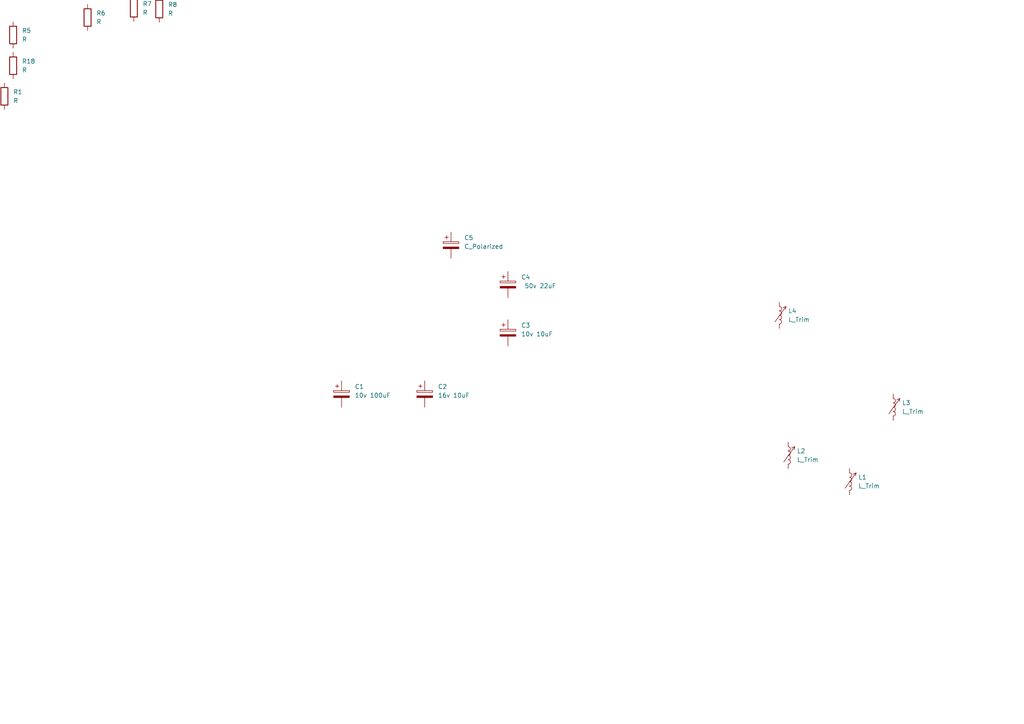
<source format=kicad_sch>
(kicad_sch (version 20230121) (generator eeschema)
  (paper "A4")
  (lib_symbols
    (symbol "Connector:Screw_Terminal_01x04" (pin_names (offset 1.016) hide)
      (property "Reference" "J" (at 0 5.08 0))
      (property "Value" "Screw_Terminal_01x04" (at 0 -7.62 0))
      (symbol "Screw_Terminal_01x04_1_1"
        (rectangle (start -1.27 3.81) (end 1.27 -6.35) (stroke (width 0.254)) (fill (type background)))
        (circle (center 0 -5.08) (radius 0.635) (stroke (width 0.1524)))
        (circle (center 0 -2.54) (radius 0.635) (stroke (width 0.1524)))
        (polyline (pts (xy -0.5334 -4.7498) (xy 0.3302 -5.588)) (stroke (width 0.1524)))
        (polyline (pts (xy -0.5334 -2.2098) (xy 0.3302 -3.048)) (stroke (width 0.1524)))
        (polyline (pts (xy -0.5334 0.3302) (xy 0.3302 -0.508)) (stroke (width 0.1524)))
        (polyline (pts (xy -0.5334 2.8702) (xy 0.3302 2.032)) (stroke (width 0.1524)))
        (polyline (pts (xy -0.3556 -4.572) (xy 0.508 -5.4102)) (stroke (width 0.1524)))
        (polyline (pts (xy -0.3556 -2.032) (xy 0.508 -2.8702)) (stroke (width 0.1524)))
        (polyline (pts (xy -0.3556 0.508) (xy 0.508 -0.3302)) (stroke (width 0.1524)))
        (polyline (pts (xy -0.3556 3.048) (xy 0.508 2.2098)) (stroke (width 0.1524)))
        (circle (center 0 0) (radius 0.635) (stroke (width 0.1524)))
        (circle (center 0 2.54) (radius 0.635) (stroke (width 0.1524)))
        (pin passive line (at -5.08 2.54 0) (length 3.81) (name "Pin_1") (number "1"))
        (pin passive line (at -5.08 0 0) (length 3.81) (name "Pin_2") (number "2"))
        (pin passive line (at -5.08 -2.54 0) (length 3.81) (name "Pin_3") (number "3"))
        (pin passive line (at -5.08 -5.08 0) (length 3.81) (name "Pin_4") (number "4"))
      )
    )
    (symbol "Device:C_Polarized" (pin_numbers hide) (pin_names (offset 0.254))
      (property "Reference" "C" (at 0.635 2.54 0))
      (property "Value" "C_Polarized" (at 0.635 -2.54 0))
      (symbol "C_Polarized_0_1"
        (rectangle (start -2.286 0.508) (end 2.286 1.016))
        (polyline (pts (xy -1.778 2.286) (xy -0.762 2.286)))
        (polyline (pts (xy -1.27 2.794) (xy -1.27 1.778)))
        (rectangle (start 2.286 -0.508) (end -2.286 -1.016) (fill (type outline)))
      )
      (symbol "C_Polarized_1_1"
        (pin passive line (at 0 3.81 270) (length 2.794) (name "~") (number "1"))
        (pin passive line (at 0 -3.81 90) (length 2.794) (name "~") (number "2"))
      )
    )
    (symbol "Device:L_Trim" (pin_numbers hide) (pin_names (offset 1.016) hide)
      (property "Reference" "L" (at -1.905 0 90))
      (property "Value" "L_Trim" (at 3.175 0 90))
      (symbol "L_Trim_0_1"
        (arc (start 0 -2.54) (mid 0.6323 -1.905) (end 0 -1.27))
        (arc (start 0 -1.27) (mid 0.6323 -0.635) (end 0 0))
        (polyline (pts (xy -1.27 -1.905) (xy 1.905 2.54)))
        (polyline (pts (xy 1.905 2.54) (xy 1.016 2.159)))
        (polyline (pts (xy 1.905 2.54) (xy 1.778 1.651)))
        (arc (start 0 0) (mid 0.6323 0.635) (end 0 1.27))
        (arc (start 0 1.27) (mid 0.6323 1.905) (end 0 2.54))
      )
      (symbol "L_Trim_1_1"
        (pin passive line (at 0 3.81 270) (length 1.27) (name "1") (number "1"))
        (pin passive line (at 0 -3.81 90) (length 1.27) (name "2") (number "2"))
      )
    )
    (symbol "Device:R" (pin_numbers hide) (pin_names (offset 0))
      (property "Reference" "R" (at 2.032 0 90))
      (property "Value" "R" (at 0 0 90))
      (symbol "R_0_1"
        (rectangle (start -1.016 -2.54) (end 1.016 2.54) (stroke (width 0.254)))
      )
      (symbol "R_1_1"
        (pin passive line (at 0 3.81 270) (length 1.27) (name "~") (number "1"))
        (pin passive line (at 0 -3.81 90) (length 1.27) (name "~") (number "2"))
      )
    )
  )
  (symbol (lib_id "Connector:Screw_Terminal_01x04") (at -144.78 -78.74 180) (unit 1)
    (property "Reference" "J1" (at -144.78 -88.9 0))
    (property "Value" "Screw_Terminal_01x04" (at -144.78 -86.36 0))
    (property "Footprint" "Connector_PinHeader_2.54mm:PinHeader_1x04_P2.54mm_Vertical" (effects hide))
  )
  (symbol (lib_id "Device:R") (at 19.05 -12.7 0) (unit 1)
    (property "Reference" "R10" (at 21.59 -13.97 0) (effects (justify left)))
    (property "Value" "R" (at 21.59 -11.43 0) (effects (justify left)))
    (property "Footprint" "Library:R_Axial_DIN0207_L6.3mm_D2.5mm_P11mm_Horizontal" (effects hide))
  )
  (symbol (lib_id "Device:R") (at -100.33 -69.85 0) (unit 1)
    (property "Reference" "R29" (at -97.79 -71.12 0) (effects (justify left)))
    (property "Value" "33k" (at -97.79 -68.58 0) (effects (justify left)))
    (property "Footprint" "Library:R_Axial_DIN0204_L3.6mm_D1.6mm_P4.00mm_Vertical" (effects hide))
  )
  (symbol (lib_id "Device:R") (at -13.485 27.8911 0) (unit 1)
    (property "Reference" "R3" (at -10.945 26.6211 0) (effects (justify left)))
    (property "Value" "R" (at -10.945 29.1611 0) (effects (justify left)))
    (property "Footprint" "Library:R_Axial_DIN0207_L6.3mm_D2.5mm_P11mm_Horizontal" (effects hide))
  )
  (symbol (lib_id "Device:R") (at -21.59 27.94 0) (unit 1)
    (property "Reference" "R4" (at -19.05 26.67 0) (effects (justify left)))
    (property "Value" "R" (at -19.05 29.21 0) (effects (justify left)))
    (property "Footprint" "Library:R_Axial_DIN0204_L3.6mm_D1.6mm_P4.0mm_Vertical" (effects hide))
  )
  (symbol (lib_id "Device:R") (at -48.26 16.51 0) (unit 1)
    (property "Reference" "R19" (at -45.72 15.24 0) (effects (justify left)))
    (property "Value" "R" (at -45.72 17.78 0) (effects (justify left)))
    (property "Footprint" "Library:R_Axial_DIN0204_L3.6mm_D1.6mm_P5.1mm_Vertical" (effects hide))
  )
  (symbol (lib_id "Device:L_Trim") (at 228.6 132.08 0) (unit 1)
    (property "Reference" "L2" (at 231.14 130.81 0) (effects (justify left)))
    (property "Value" "L_Trim" (at 231.14 133.35 0) (effects (justify left)))
  )
  (symbol (lib_id "Device:R") (at -46.99 -34.29 0) (unit 1)
    (property "Reference" "R16" (at -44.45 -35.56 0) (effects (justify left)))
    (property "Value" "R" (at -44.45 -33.02 0) (effects (justify left)))
    (property "Footprint" "Library:R_Axial_DIN0207_L6.3mm_D2.5mm_P14.2mm_Horizontal" (effects hide))
  )
  (symbol (lib_id "Device:R") (at -21.59 -33.02 0) (unit 1)
    (property "Reference" "R15" (at -19.05 -34.29 0) (effects (justify left)))
    (property "Value" "R" (at -19.05 -31.75 0) (effects (justify left)))
    (property "Footprint" "Library:R_Axial_DIN0204_L3.6mm_D1.6mm_P3.50mm_Vertical" (effects hide))
  )
  (symbol (lib_id "Device:R") (at 25.4 5.08 0) (unit 1)
    (property "Reference" "R6" (at 27.94 3.81 0) (effects (justify left)))
    (property "Value" "R" (at 27.94 6.35 0) (effects (justify left)))
    (property "Footprint" "Library:R_Axial_DIN0207_L6.3mm_D2.5mm_P12mm_Horizontal" (effects hide))
  )
  (symbol (lib_id "Device:R") (at 11.3625 -30.1549 0) (unit 1)
    (property "Reference" "R14" (at 13.97 -31.4249 0) (effects (justify left)))
    (property "Value" "390" (at 13.97 -28.8849 0) (effects (justify left)))
    (property "Footprint" "Library:R_Axial_DIN0207_L6.3mm_D2.5mm_P11mm_Horizontal" (effects hide))
  )
  (symbol (lib_id "Device:R") (at 1.27 27.94 0) (unit 1)
    (property "Reference" "R1" (at 3.81 26.67 0) (effects (justify left)))
    (property "Value" "R" (at 3.81 29.21 0) (effects (justify left)))
    (property "Footprint" "Library:R_Axial_DIN0204_L3.6mm_D1.6mm_P4.0mm_Vertical" (effects hide))
  )
  (symbol (lib_id "Device:R") (at -48.26 7.62 0) (unit 1)
    (property "Reference" "R20" (at -45.72 6.35 0) (effects (justify left)))
    (property "Value" "R" (at -45.72 8.89 0) (effects (justify left)))
    (property "Footprint" "Library:R_Axial_DIN0204_L3.6mm_D1.6mm_P8.2mm_Vertical" (effects hide))
  )
  (symbol (lib_id "Device:L_Trim") (at 226.06 91.44 0) (unit 1)
    (property "Reference" "L4" (at 228.6 90.17 0) (effects (justify left)))
    (property "Value" "L_Trim" (at 228.6 92.71 0) (effects (justify left)))
  )
  (symbol (lib_id "Device:R") (at -67.31 -66.04 0) (unit 1)
    (property "Reference" "R23" (at -64.77 -67.31 0) (effects (justify left)))
    (property "Value" "330" (at -64.77 -64.77 0) (effects (justify left)))
    (property "Footprint" "Library:R_Axial_DIN0204_L3.6mm_D1.6mm_P5.8mm_Vertical" (effects hide))
  )
  (symbol (lib_id "Device:R") (at -7.62 -25.4 0) (unit 1)
    (property "Reference" "R17" (at -5.08 -26.67 0) (effects (justify left)))
    (property "Value" "R" (at -5.08 -24.13 0) (effects (justify left)))
    (property "Footprint" "Library:R_Axial_DIN0207_L6.3mm_D2.5mm_P12mm_Horizontal" (effects hide))
  )
  (symbol (lib_id "Device:R") (at -6.35 27.94 0) (unit 1)
    (property "Reference" "R2" (at -3.81 26.67 0) (effects (justify left)))
    (property "Value" "R" (at -3.81 29.21 0) (effects (justify left)))
    (property "Footprint" "Library:R_Axial_DIN0207_L6.3mm_D2.5mm_P11mm_Horizontal" (effects hide))
  )
  (symbol (lib_id "Device:R") (at 8.89 -71.12 0) (unit 1)
    (property "Reference" "R31" (at 11.43 -72.39 0) (effects (justify left)))
    (property "Value" "4,7k" (at 11.43 -69.85 0) (effects (justify left)))
    (property "Footprint" "Library:R_Axial_DIN0207_L6.3mm_D2.5mm_P11mm_Horizontal" (effects hide))
  )
  (symbol (lib_id "Device:L_Trim") (at 259.08 118.11 0) (unit 1)
    (property "Reference" "L3" (at 261.62 116.84 0) (effects (justify left)))
    (property "Value" "L_Trim" (at 261.62 119.38 0) (effects (justify left)))
  )
  (symbol (lib_id "Device:R") (at -81.28 -64.77 0) (unit 1)
    (property "Reference" "R25" (at -78.74 -66.04 0) (effects (justify left)))
    (property "Value" "3,9k" (at -78.74 -63.5 0) (effects (justify left)))
    (property "Footprint" "Library:R_Axial_DIN0204_L3.6mm_D1.6mm_P4.00mm_Vertical" (effects hide))
  )
  (symbol (lib_id "Device:R") (at 38.8154 2.3844 0) (unit 1)
    (property "Reference" "R7" (at 41.3554 1.1144 0) (effects (justify left)))
    (property "Value" "R" (at 41.3554 3.6544 0) (effects (justify left)))
    (property "Footprint" "Library:R_Axial_DIN0207_L6.3mm_D2.5mm_P11mm_Horizontal" (effects hide))
  )
  (symbol (lib_id "Device:R") (at 57.4812 -6.6278 0) (unit 1)
    (property "Reference" "R9" (at 60.0212 -7.8978 0) (effects (justify left)))
    (property "Value" "R" (at 60.0212 -5.3578 0) (effects (justify left)))
    (property "Footprint" "Library:R_Axial_DIN0207_L6.3mm_D2.5mm_P11mm_Horizontal" (effects hide))
  )
  (symbol (lib_id "Device:R") (at 15.24 -39.37 0) (unit 1)
    (property "Reference" "R13" (at 17.78 -40.64 0) (effects (justify left)))
    (property "Value" "R" (at 17.78 -38.1 0) (effects (justify left)))
    (property "Footprint" "Library:R_Axial_DIN0204_L3.6mm_D1.6mm_P5.8mm_Vertical" (effects hide))
  )
  (symbol (lib_id "Device:R") (at -73.66 -53.34 0) (unit 1)
    (property "Reference" "R24" (at -71.12 -54.61 0) (effects (justify left)))
    (property "Value" "470" (at -71.12 -52.07 0) (effects (justify left)))
    (property "Footprint" "Library:R_Axial_DIN0204_L3.6mm_D1.6mm_P5.1mm_Vertical" (effects hide))
  )
  (symbol (lib_id "Device:R") (at 15.24 -20.32 0) (unit 1)
    (property "Reference" "R12" (at 17.78 -21.59 0) (effects (justify left)))
    (property "Value" "R" (at 17.78 -19.05 0) (effects (justify left)))
    (property "Footprint" "Library:R_Axial_DIN0204_L3.6mm_D1.6mm_P4.0mm_Vertical" (effects hide))
  )
  (symbol (lib_id "Device:R") (at -43.18 -8.89 0) (unit 1)
    (property "Reference" "R21" (at -40.64 -10.16 0) (effects (justify left)))
    (property "Value" "R" (at -40.64 -7.62 0) (effects (justify left)))
    (property "Footprint" "Library:R_Axial_DIN0204_L3.6mm_D1.6mm_P7mm_Vertical" (effects hide))
  )
  (symbol (lib_id "Device:R") (at -90.17 -58.42 0) (unit 1)
    (property "Reference" "R28" (at -87.63 -59.69 0) (effects (justify left)))
    (property "Value" "33k" (at -87.63 -57.15 0) (effects (justify left)))
    (property "Footprint" "Library:R_Axial_DIN0204_L3.6mm_D1.6mm_P4.00mm_Vertical" (effects hide))
  )
  (symbol (lib_id "Device:R") (at -81.4406 -51.1312 0) (unit 1)
    (property "Reference" "R26" (at -78.9006 -52.4012 0) (effects (justify left)))
    (property "Value" "12k" (at -78.9006 -49.8612 0) (effects (justify left)))
    (property "Footprint" "Library:R_Axial_DIN0204_L3.6mm_D1.6mm_P4.00mm_Vertical" (effects hide))
  )
  (symbol (lib_id "Device:R") (at 46.1866 2.6184 0) (unit 1)
    (property "Reference" "R8" (at 48.7266 1.3484 0) (effects (justify left)))
    (property "Value" "R" (at 48.7266 3.8884 0) (effects (justify left)))
    (property "Footprint" "Library:R_Axial_DIN0207_L6.3mm_D2.5mm_P12mm_Horizontal" (effects hide))
  )
  (symbol (lib_id "Device:R") (at -100.33 -46.99 0) (unit 1)
    (property "Reference" "R30" (at -97.79 -48.26 0) (effects (justify left)))
    (property "Value" "3,9k" (at -97.79 -45.72 0) (effects (justify left)))
    (property "Footprint" "Library:R_Axial_DIN0204_L3.6mm_D1.6mm_P4.00mm_Vertical" (effects hide))
  )
  (symbol (lib_id "Device:C_Polarized") (at 130.81 71.12 0) (unit 1)
    (property "Reference" "C5" (at 134.62 68.961 0) (effects (justify left)))
    (property "Value" "C_Polarized" (at 134.62 71.501 0) (effects (justify left)))
  )
  (symbol (lib_id "Device:R") (at 40.64 -30.48 0) (unit 1)
    (property "Reference" "R11" (at 43.18 -31.75 0) (effects (justify left)))
    (property "Value" "4,7k" (at 43.18 -29.21 0) (effects (justify left)))
    (property "Footprint" "Library:R_Axial_DIN0204_L3.6mm_D1.6mm_P5.1mm_Vertical" (effects hide))
  )
  (symbol (lib_id "Device:C_Polarized") (at 123.19 114.3 0) (unit 1)
    (property "Reference" "C2" (at 127 112.141 0) (effects (justify left)))
    (property "Value" "16v 10uF" (at 127 114.681 0) (effects (justify left)))
  )
  (symbol (lib_id "Device:C_Polarized") (at 147.32 96.52 0) (unit 1)
    (property "Reference" "C3" (at 151.13 94.361 0) (effects (justify left)))
    (property "Value" "10v 10uF" (at 151.13 96.901 0) (effects (justify left)))
  )
  (symbol (lib_id "Device:C_Polarized") (at 147.32 82.55 0) (unit 1)
    (property "Reference" "C4" (at 151.13 80.391 0) (effects (justify left)))
    (property "Value" " 50v 22uF" (at 151.13 82.931 0) (effects (justify left)))
  )
  (symbol (lib_id "Device:L_Trim") (at 246.38 139.7 0) (unit 1)
    (property "Reference" "L1" (at 248.92 138.43 0) (effects (justify left)))
    (property "Value" "L_Trim" (at 248.92 140.97 0) (effects (justify left)))
  )
  (symbol (lib_id "Device:R") (at 3.81 19.05 0) (unit 1)
    (property "Reference" "R18" (at 6.35 17.78 0) (effects (justify left)))
    (property "Value" "R" (at 6.35 20.32 0) (effects (justify left)))
    (property "Footprint" "Library:R_Axial_DIN0204_L3.6mm_D1.6mm_P5.8mm_Vertical" (effects hide))
  )
  (symbol (lib_id "Device:R") (at -90.17 -71.12 0) (unit 1)
    (property "Reference" "R27" (at -87.63 -72.39 0) (effects (justify left)))
    (property "Value" "12k" (at -87.63 -69.85 0) (effects (justify left)))
    (property "Footprint" "Library:R_Axial_DIN0204_L3.6mm_D1.6mm_P4.00mm_Vertical" (effects hide))
  )
  (symbol (lib_id "Device:R") (at 15.0388 -63.1586 0) (unit 1)
    (property "Reference" "R32" (at 17.78 -64.4286 0) (effects (justify left)))
    (property "Value" "22k" (at 17.78 -61.8886 0) (effects (justify left)))
    (property "Footprint" "Library:R_Axial_DIN0207_L6.3mm_D2.5mm_P11mm_Horizontal" (effects hide))
  )
  (symbol (lib_id "Device:C_Polarized") (at 99.06 114.3 0) (unit 1)
    (property "Reference" "C1" (at 102.87 112.141 0) (effects (justify left)))
    (property "Value" "10v 100uF" (at 102.87 114.681 0) (effects (justify left)))
  )
  (symbol (lib_id "Device:R") (at -69.85 -25.4 0) (unit 1)
    (property "Reference" "R22" (at -67.31 -26.67 0) (effects (justify left)))
    (property "Value" "R" (at -67.31 -24.13 0) (effects (justify left)))
    (property "Footprint" "Library:R_Axial_DIN0204_L3.6mm_D1.6mm_P7mm_Vertical" (effects hide))
  )
  (symbol (lib_id "Device:R") (at 3.81 10.16 0) (unit 1)
    (property "Reference" "R5" (at 6.35 8.89 0) (effects (justify left)))
    (property "Value" "R" (at 6.35 11.43 0) (effects (justify left)))
    (property "Footprint" "Library:R_Axial_DIN0207_L6.3mm_D2.5mm_P11mm_Horizontal" (effects hide))
  )
)
</source>
